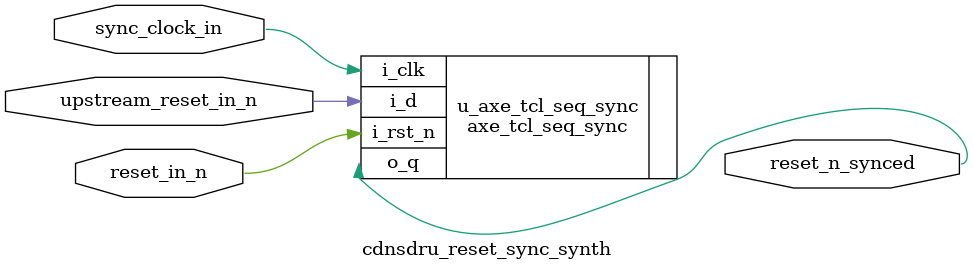
<source format=sv>


module cdnsdru_reset_sync_synth
#(
    parameter int unsigned NUM_FLOPS = 3
)(
  input  wire  sync_clock_in,
  input  wire  reset_in_n,
  input  logic upstream_reset_in_n,
  output logic reset_n_synced
);

    // TODO - check
    // using standard reset - do we need a reset resync?
    axe_tcl_seq_sync #(.SyncStages(NUM_FLOPS)) u_axe_tcl_seq_sync (
        .i_clk(sync_clock_in),
        .i_rst_n(reset_in_n),
        .i_d(upstream_reset_in_n),
        .o_q(reset_n_synced)
    );

endmodule

</source>
